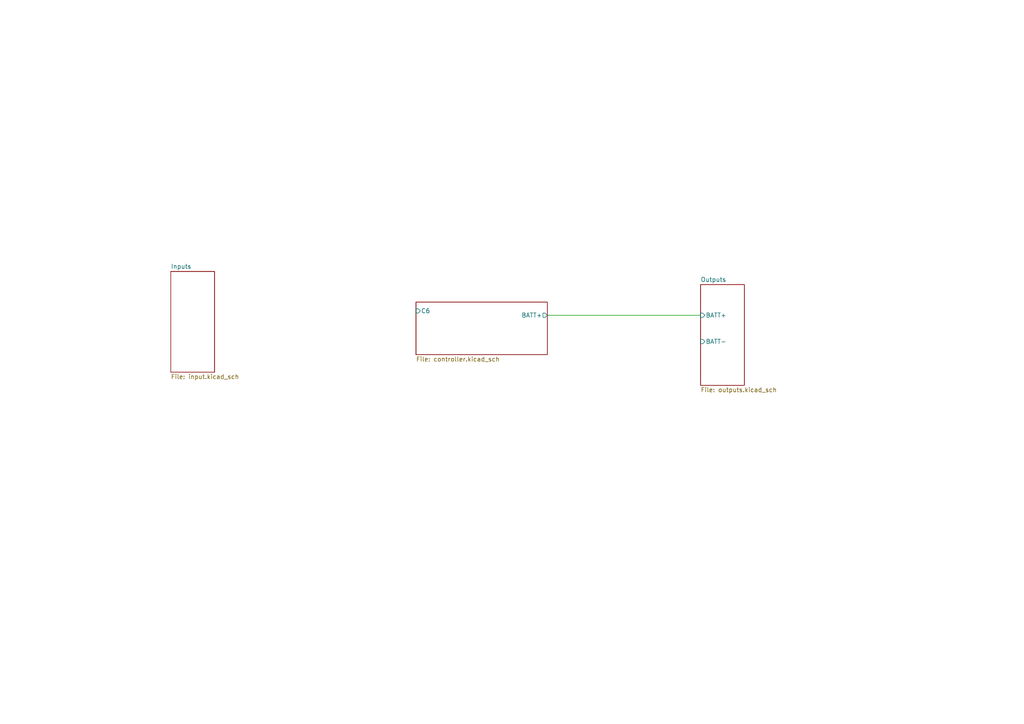
<source format=kicad_sch>
(kicad_sch
	(version 20250114)
	(generator "eeschema")
	(generator_version "9.0")
	(uuid "64e97a94-79ab-45a2-9bbb-f07caaf21c8f")
	(paper "A4")
	(lib_symbols)
	(wire
		(pts
			(xy 158.75 91.44) (xy 203.2 91.44)
		)
		(stroke
			(width 0)
			(type default)
		)
		(uuid "03ee0f47-eac2-4dc1-88f2-9a41a55c7593")
	)
	(sheet
		(at 203.2 82.55)
		(size 12.7 29.21)
		(exclude_from_sim no)
		(in_bom yes)
		(on_board yes)
		(dnp no)
		(fields_autoplaced yes)
		(stroke
			(width 0.1524)
			(type solid)
		)
		(fill
			(color 0 0 0 0.0000)
		)
		(uuid "2982e12c-39cd-4158-a648-a90b7f6b527c")
		(property "Sheetname" "Outputs"
			(at 203.2 81.8384 0)
			(effects
				(font
					(size 1.27 1.27)
				)
				(justify left bottom)
			)
		)
		(property "Sheetfile" "outputs.kicad_sch"
			(at 203.2 112.3446 0)
			(effects
				(font
					(size 1.27 1.27)
				)
				(justify left top)
			)
		)
		(pin "BATT+" input
			(at 203.2 91.44 180)
			(uuid "ea25061b-25be-4c2b-a175-a617b2244da2")
			(effects
				(font
					(size 1.27 1.27)
				)
				(justify left)
			)
		)
		(pin "BATT-" input
			(at 203.2 99.06 180)
			(uuid "7fe71295-7bd5-49c0-97bb-3777c693cb93")
			(effects
				(font
					(size 1.27 1.27)
				)
				(justify left)
			)
		)
		(instances
			(project "BMS"
				(path "/124184ba-5d68-4d9f-8da6-acc6720ab30b/93f9b420-7cce-46a9-9201-666f07a18f85"
					(page "2")
				)
			)
		)
	)
	(sheet
		(at 49.53 78.74)
		(size 12.7 29.21)
		(exclude_from_sim no)
		(in_bom yes)
		(on_board yes)
		(dnp no)
		(fields_autoplaced yes)
		(stroke
			(width 0.1524)
			(type solid)
		)
		(fill
			(color 0 0 0 0.0000)
		)
		(uuid "72bfe5e0-3464-488b-90f8-8143600a08cb")
		(property "Sheetname" "Inputs"
			(at 49.53 78.0284 0)
			(effects
				(font
					(size 1.27 1.27)
				)
				(justify left bottom)
			)
		)
		(property "Sheetfile" "input.kicad_sch"
			(at 49.53 108.5346 0)
			(effects
				(font
					(size 1.27 1.27)
				)
				(justify left top)
			)
		)
	)
	(sheet
		(at 120.65 87.63)
		(size 38.1 15.24)
		(exclude_from_sim no)
		(in_bom yes)
		(on_board yes)
		(dnp no)
		(fields_autoplaced yes)
		(stroke
			(width 0.1524)
			(type solid)
		)
		(fill
			(color 0 0 0 0.0000)
		)
		(uuid "d98fdb38-dbd9-4613-8402-dc473e6cf2ba")
		(property "Sheetname" "BMS"
			(at 120.65 86.9184 0)
			(effects
				(font
					(size 1.27 1.27)
				)
				(justify left bottom)
				(hide yes)
			)
		)
		(property "Sheetfile" "controller.kicad_sch"
			(at 120.65 103.4546 0)
			(effects
				(font
					(size 1.27 1.27)
				)
				(justify left top)
			)
		)
		(pin "BATT+" output
			(at 158.75 91.44 0)
			(uuid "417a4974-3a85-4ddb-bc55-21609dea5c5b")
			(effects
				(font
					(size 1.27 1.27)
				)
				(justify right)
			)
		)
		(pin "C6" input
			(at 120.65 90.17 180)
			(uuid "66ab6c7b-a29c-4ba2-9bb1-f8aaef09645e")
			(effects
				(font
					(size 1.27 1.27)
				)
				(justify left)
			)
		)
	)
)

</source>
